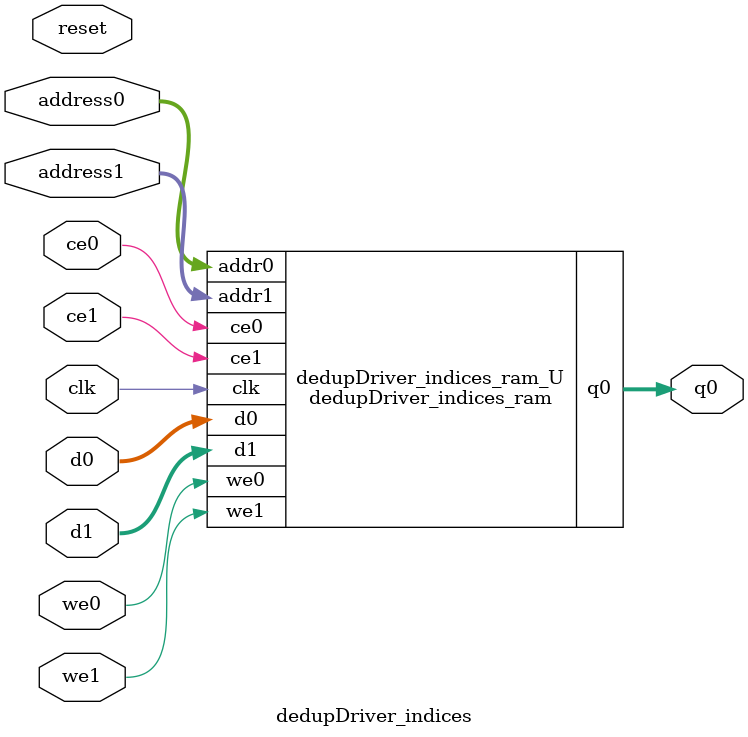
<source format=v>

`timescale 1 ns / 1 ps
module dedupDriver_indices_ram (addr0, ce0, d0, we0, q0, addr1, ce1, d1, we1,  clk);

parameter DWIDTH = 13;
parameter AWIDTH = 3;
parameter MEM_SIZE = 7;

input[AWIDTH-1:0] addr0;
input ce0;
input[DWIDTH-1:0] d0;
input we0;
output reg[DWIDTH-1:0] q0;
input[AWIDTH-1:0] addr1;
input ce1;
input[DWIDTH-1:0] d1;
input we1;
input clk;

(* ram_style = "block" *)reg [DWIDTH-1:0] ram[MEM_SIZE-1:0];




always @(posedge clk)  
begin 
    if (ce0) 
    begin
        if (we0) 
        begin 
            ram[addr0] <= d0; 
            q0 <= d0;
        end 
        else 
            q0 <= ram[addr0];
    end
end


always @(posedge clk)  
begin 
    if (ce1) 
    begin
        if (we1) 
        begin 
            ram[addr1] <= d1; 
        end 
    end
end


endmodule


`timescale 1 ns / 1 ps
module dedupDriver_indices(
    reset,
    clk,
    address0,
    ce0,
    we0,
    d0,
    q0,
    address1,
    ce1,
    we1,
    d1);

parameter DataWidth = 32'd13;
parameter AddressRange = 32'd7;
parameter AddressWidth = 32'd3;
input reset;
input clk;
input[AddressWidth - 1:0] address0;
input ce0;
input we0;
input[DataWidth - 1:0] d0;
output[DataWidth - 1:0] q0;
input[AddressWidth - 1:0] address1;
input ce1;
input we1;
input[DataWidth - 1:0] d1;



dedupDriver_indices_ram dedupDriver_indices_ram_U(
    .clk( clk ),
    .addr0( address0 ),
    .ce0( ce0 ),
    .d0( d0 ),
    .we0( we0 ),
    .q0( q0 ),
    .addr1( address1 ),
    .ce1( ce1 ),
    .d1( d1 ),
    .we1( we1 ));

endmodule


</source>
